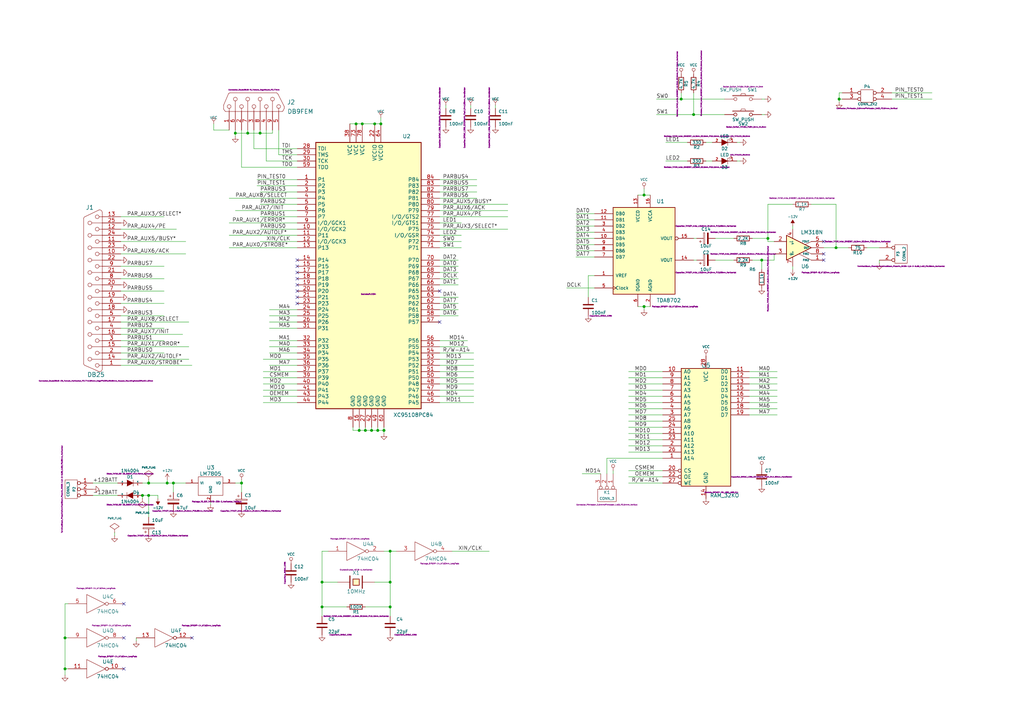
<source format=kicad_sch>
(kicad_sch (version 20230121) (generator eeschema)
  (paper "A3")
  (title_block (title "XC95108PC84 EXPERIMENTATION BOARD") (date "Sun 22 Mar 2015"))
  (junction (at 160.02 238.76) (diameter 1.016))
  (junction (at 132.08 238.76) (diameter 1.016))
  (junction (at 58.42 203.2) (diameter 1.016))
  (junction (at 160.02 226.06) (diameter 1.016))
  (junction (at 312.42 106.68) (diameter 1.016))
  (junction (at 146.05 50.8) (diameter 1.016))
  (junction (at 99.06 198.12) (diameter 1.016))
  (junction (at 156.21 50.8) (diameter 1.016))
  (junction (at 284.48 46.99) (diameter 1.016))
  (junction (at 344.17 40.64) (diameter 1.016))
  (junction (at 314.96 97.79) (diameter 1.016))
  (junction (at 264.16 80.01) (diameter 1.016))
  (junction (at 96.52 54.61) (diameter 1.016))
  (junction (at 147.32 176.53) (diameter 1.016))
  (junction (at 157.48 176.53) (diameter 1.016))
  (junction (at 160.02 248.92) (diameter 1.016))
  (junction (at 279.4 40.64) (diameter 1.016))
  (junction (at 153.67 50.8) (diameter 1.016))
  (junction (at 26.67 261.62) (diameter 1.016))
  (junction (at 68.58 198.12) (diameter 1.016))
  (junction (at 106.68 54.61) (diameter 1.016))
  (junction (at 132.08 248.92) (diameter 1.016))
  (junction (at 264.16 125.73) (diameter 1.016))
  (junction (at 26.67 274.32) (diameter 1.016))
  (junction (at 149.86 176.53) (diameter 1.016))
  (junction (at 152.4 176.53) (diameter 1.016))
  (junction (at 71.12 198.12) (diameter 1.016))
  (junction (at 154.94 176.53) (diameter 1.016))
  (junction (at 60.96 203.2) (diameter 1.016))
  (junction (at 342.9 101.6) (diameter 1.016))
  (junction (at 101.6 54.61) (diameter 1.016))
  (junction (at 60.96 198.12) (diameter 1.016))
  (junction (at 148.59 50.8) (diameter 1.016))
  (no_connect (at 121.92 119.38))
  (no_connect (at 50.8 274.32))
  (no_connect (at 337.82 106.68))
  (no_connect (at 121.92 121.92))
  (no_connect (at 180.34 132.08))
  (no_connect (at 180.34 119.38))
  (no_connect (at 121.92 114.3))
  (no_connect (at 121.92 106.68))
  (no_connect (at 337.82 99.06))
  (no_connect (at 50.8 261.62))
  (no_connect (at 121.92 111.76))
  (no_connect (at 121.92 116.84))
  (no_connect (at 78.74 261.62))
  (no_connect (at 337.82 104.14))
  (no_connect (at 121.92 109.22))
  (no_connect (at 121.92 124.46))
  (no_connect (at 50.8 247.65))
  (wire (pts (xy 105.41 73.66) (xy 121.92 73.66)))
  (wire (pts (xy 93.98 81.28) (xy 121.92 81.28)))
  (wire (pts (xy 153.67 50.8) (xy 156.21 50.8)))
  (wire (pts (xy 342.9 101.6) (xy 347.98 101.6)))
  (wire (pts (xy 121.92 83.82) (xy 106.68 83.82)))
  (wire (pts (xy 49.53 137.16) (xy 74.93 137.16)))
  (wire (pts (xy 180.34 86.36) (xy 208.28 86.36)))
  (wire (pts (xy 365.76 38.1) (xy 382.27 38.1)))
  (wire (pts (xy 243.84 95.25) (xy 236.22 95.25)))
  (wire (pts (xy 149.86 176.53) (xy 152.4 176.53)))
  (wire (pts (xy 271.78 198.12) (xy 257.81 198.12)))
  (wire (pts (xy 147.32 176.53) (xy 149.86 176.53)))
  (wire (pts (xy 307.34 152.4) (xy 318.77 152.4)))
  (wire (pts (xy 187.96 129.54) (xy 180.34 129.54)))
  (wire (pts (xy 312.42 46.99) (xy 313.69 46.99)))
  (wire (pts (xy 38.1 198.12) (xy 48.26 198.12)))
  (wire (pts (xy 121.92 147.32) (xy 107.95 147.32)))
  (wire (pts (xy 132.08 248.92) (xy 132.08 252.73)))
  (wire (pts (xy 194.31 157.48) (xy 180.34 157.48)))
  (wire (pts (xy 160.02 226.06) (xy 160.02 238.76)))
  (wire (pts (xy 271.78 172.72) (xy 257.81 172.72)))
  (wire (pts (xy 121.92 60.96) (xy 104.14 60.96)))
  (wire (pts (xy 99.06 198.12) (xy 96.52 198.12)))
  (wire (pts (xy 243.84 102.87) (xy 236.22 102.87)))
  (wire (pts (xy 264.16 127) (xy 264.16 125.73)))
  (wire (pts (xy 264.16 80.01) (xy 266.7 80.01)))
  (wire (pts (xy 96.52 54.61) (xy 96.52 55.88)))
  (wire (pts (xy 261.62 125.73) (xy 264.16 125.73)))
  (wire (pts (xy 68.58 196.85) (xy 68.58 198.12)))
  (wire (pts (xy 146.05 50.8) (xy 148.59 50.8)))
  (wire (pts (xy 187.96 127) (xy 180.34 127)))
  (wire (pts (xy 187.96 111.76) (xy 180.34 111.76)))
  (wire (pts (xy 194.31 160.02) (xy 180.34 160.02)))
  (wire (pts (xy 248.92 187.96) (xy 248.92 194.31)))
  (wire (pts (xy 271.78 182.88) (xy 257.81 182.88)))
  (wire (pts (xy 157.48 176.53) (xy 157.48 177.8)))
  (wire (pts (xy 152.4 176.53) (xy 154.94 176.53)))
  (wire (pts (xy 160.02 226.06) (xy 162.56 226.06)))
  (wire (pts (xy 292.1 58.42) (xy 289.56 58.42)))
  (wire (pts (xy 58.42 203.2) (xy 60.96 203.2)))
  (wire (pts (xy 246.38 194.31) (xy 238.76 194.31)))
  (wire (pts (xy 271.78 152.4) (xy 257.81 152.4)))
  (wire (pts (xy 194.31 162.56) (xy 180.34 162.56)))
  (wire (pts (xy 345.44 40.64) (xy 344.17 40.64)))
  (wire (pts (xy 344.17 38.1) (xy 345.44 38.1)))
  (wire (pts (xy 121.92 88.9) (xy 106.68 88.9)))
  (wire (pts (xy 193.04 43.18) (xy 193.04 44.45)))
  (wire (pts (xy 308.61 97.79) (xy 314.96 97.79)))
  (wire (pts (xy 106.68 99.06) (xy 121.92 99.06)))
  (wire (pts (xy 191.77 142.24) (xy 180.34 142.24)))
  (wire (pts (xy 317.5 99.06) (xy 314.96 99.06)))
  (wire (pts (xy 365.76 40.64) (xy 382.27 40.64)))
  (wire (pts (xy 279.4 38.1) (xy 279.4 40.64)))
  (wire (pts (xy 96.52 53.34) (xy 96.52 54.61)))
  (wire (pts (xy 121.92 93.98) (xy 106.68 93.98)))
  (wire (pts (xy 67.31 114.3) (xy 49.53 114.3)))
  (wire (pts (xy 241.3 113.03) (xy 241.3 121.92)))
  (wire (pts (xy 71.12 198.12) (xy 71.12 201.93)))
  (wire (pts (xy 271.78 193.04) (xy 257.81 193.04)))
  (wire (pts (xy 101.6 54.61) (xy 106.68 54.61)))
  (wire (pts (xy 26.67 247.65) (xy 26.67 261.62)))
  (wire (pts (xy 279.4 40.64) (xy 297.18 40.64)))
  (wire (pts (xy 49.53 99.06) (xy 76.2 99.06)))
  (wire (pts (xy 314.96 83.82) (xy 314.96 97.79)))
  (wire (pts (xy 261.62 80.01) (xy 264.16 80.01)))
  (wire (pts (xy 292.1 66.04) (xy 289.56 66.04)))
  (wire (pts (xy 110.49 149.86) (xy 121.92 149.86)))
  (wire (pts (xy 121.92 162.56) (xy 107.95 162.56)))
  (wire (pts (xy 99.06 53.34) (xy 99.06 68.58)))
  (wire (pts (xy 110.49 127) (xy 121.92 127)))
  (wire (pts (xy 160.02 248.92) (xy 149.86 248.92)))
  (wire (pts (xy 99.06 68.58) (xy 121.92 68.58)))
  (wire (pts (xy 106.68 54.61) (xy 106.68 53.34)))
  (wire (pts (xy 307.34 160.02) (xy 318.77 160.02)))
  (wire (pts (xy 194.31 149.86) (xy 180.34 149.86)))
  (wire (pts (xy 293.37 97.79) (xy 300.99 97.79)))
  (wire (pts (xy 187.96 121.92) (xy 180.34 121.92)))
  (wire (pts (xy 87.63 53.34) (xy 93.98 53.34)))
  (wire (pts (xy 187.96 124.46) (xy 180.34 124.46)))
  (wire (pts (xy 194.31 154.94) (xy 180.34 154.94)))
  (wire (pts (xy 105.41 76.2) (xy 121.92 76.2)))
  (wire (pts (xy 64.77 203.2) (xy 64.77 204.47)))
  (wire (pts (xy 96.52 54.61) (xy 101.6 54.61)))
  (wire (pts (xy 152.4 175.26) (xy 152.4 176.53)))
  (wire (pts (xy 243.84 92.71) (xy 236.22 92.71)))
  (wire (pts (xy 144.78 176.53) (xy 147.32 176.53)))
  (wire (pts (xy 180.34 83.82) (xy 208.28 83.82)))
  (wire (pts (xy 303.53 66.04) (xy 302.26 66.04)))
  (wire (pts (xy 121.92 96.52) (xy 93.98 96.52)))
  (wire (pts (xy 110.49 129.54) (xy 121.92 129.54)))
  (wire (pts (xy 96.52 86.36) (xy 121.92 86.36)))
  (wire (pts (xy 302.26 58.42) (xy 303.53 58.42)))
  (wire (pts (xy 243.84 90.17) (xy 236.22 90.17)))
  (wire (pts (xy 160.02 238.76) (xy 160.02 248.92)))
  (wire (pts (xy 67.31 119.38) (xy 49.53 119.38)))
  (wire (pts (xy 189.23 101.6) (xy 180.34 101.6)))
  (wire (pts (xy 271.78 187.96) (xy 248.92 187.96)))
  (wire (pts (xy 121.92 157.48) (xy 107.95 157.48)))
  (wire (pts (xy 243.84 118.11) (xy 232.41 118.11)))
  (wire (pts (xy 26.67 261.62) (xy 26.67 274.32)))
  (wire (pts (xy 49.53 104.14) (xy 76.2 104.14)))
  (wire (pts (xy 314.96 83.82) (xy 325.12 83.82)))
  (wire (pts (xy 195.58 76.2) (xy 180.34 76.2)))
  (wire (pts (xy 180.34 88.9) (xy 208.28 88.9)))
  (wire (pts (xy 121.92 66.04) (xy 109.22 66.04)))
  (wire (pts (xy 187.96 116.84) (xy 180.34 116.84)))
  (wire (pts (xy 307.34 165.1) (xy 318.77 165.1)))
  (wire (pts (xy 312.42 106.68) (xy 317.5 106.68)))
  (wire (pts (xy 195.58 78.74) (xy 180.34 78.74)))
  (wire (pts (xy 67.31 124.46) (xy 49.53 124.46)))
  (wire (pts (xy 271.78 175.26) (xy 257.81 175.26)))
  (wire (pts (xy 271.78 160.02) (xy 257.81 160.02)))
  (wire (pts (xy 121.92 165.1) (xy 107.95 165.1)))
  (wire (pts (xy 132.08 238.76) (xy 132.08 248.92)))
  (wire (pts (xy 195.58 73.66) (xy 180.34 73.66)))
  (wire (pts (xy 49.53 93.98) (xy 72.39 93.98)))
  (wire (pts (xy 308.61 106.68) (xy 312.42 106.68)))
  (wire (pts (xy 281.94 58.42) (xy 273.05 58.42)))
  (wire (pts (xy 99.06 196.85) (xy 99.06 198.12)))
  (wire (pts (xy 114.3 63.5) (xy 114.3 53.34)))
  (wire (pts (xy 180.34 93.98) (xy 208.28 93.98)))
  (wire (pts (xy 121.92 160.02) (xy 107.95 160.02)))
  (wire (pts (xy 313.69 40.64) (xy 312.42 40.64)))
  (wire (pts (xy 67.31 129.54) (xy 49.53 129.54)))
  (wire (pts (xy 49.53 142.24) (xy 77.47 142.24)))
  (wire (pts (xy 67.31 109.22) (xy 49.53 109.22)))
  (wire (pts (xy 147.32 175.26) (xy 147.32 176.53)))
  (wire (pts (xy 67.31 134.62) (xy 49.53 134.62)))
  (wire (pts (xy 271.78 157.48) (xy 257.81 157.48)))
  (wire (pts (xy 142.24 248.92) (xy 132.08 248.92)))
  (wire (pts (xy 185.42 226.06) (xy 200.66 226.06)))
  (wire (pts (xy 271.78 180.34) (xy 257.81 180.34)))
  (wire (pts (xy 71.12 198.12) (xy 76.2 198.12)))
  (wire (pts (xy 67.31 88.9) (xy 49.53 88.9)))
  (wire (pts (xy 60.96 198.12) (xy 68.58 198.12)))
  (wire (pts (xy 317.5 106.68) (xy 317.5 104.14)))
  (wire (pts (xy 195.58 81.28) (xy 180.34 81.28)))
  (wire (pts (xy 182.88 44.45) (xy 182.88 43.18)))
  (wire (pts (xy 48.26 203.2) (xy 38.1 203.2)))
  (wire (pts (xy 149.86 175.26) (xy 149.86 176.53)))
  (wire (pts (xy 153.67 238.76) (xy 160.02 238.76)))
  (wire (pts (xy 337.82 101.6) (xy 342.9 101.6)))
  (wire (pts (xy 187.96 114.3) (xy 180.34 114.3)))
  (wire (pts (xy 101.6 53.34) (xy 101.6 54.61)))
  (wire (pts (xy 46.99 219.71) (xy 46.99 218.44)))
  (wire (pts (xy 189.23 91.44) (xy 180.34 91.44)))
  (wire (pts (xy 187.96 109.22) (xy 180.34 109.22)))
  (wire (pts (xy 67.31 144.78) (xy 49.53 144.78)))
  (wire (pts (xy 325.12 110.49) (xy 325.12 109.22)))
  (wire (pts (xy 60.96 196.85) (xy 60.96 198.12)))
  (wire (pts (xy 58.42 204.47) (xy 58.42 203.2)))
  (wire (pts (xy 58.42 198.12) (xy 60.96 198.12)))
  (wire (pts (xy 157.48 175.26) (xy 157.48 176.53)))
  (wire (pts (xy 148.59 50.8) (xy 153.67 50.8)))
  (wire (pts (xy 203.2 43.18) (xy 203.2 44.45)))
  (wire (pts (xy 132.08 226.06) (xy 132.08 238.76)))
  (wire (pts (xy 160.02 248.92) (xy 160.02 252.73)))
  (wire (pts (xy 271.78 195.58) (xy 257.81 195.58)))
  (wire (pts (xy 55.88 262.89) (xy 55.88 261.62)))
  (wire (pts (xy 132.08 238.76) (xy 138.43 238.76)))
  (wire (pts (xy 121.92 152.4) (xy 107.95 152.4)))
  (wire (pts (xy 87.63 53.34) (xy 87.63 50.8)))
  (wire (pts (xy 285.75 97.79) (xy 284.48 97.79)))
  (wire (pts (xy 271.78 167.64) (xy 257.81 167.64)))
  (wire (pts (xy 344.17 38.1) (xy 344.17 40.64)))
  (wire (pts (xy 269.24 40.64) (xy 279.4 40.64)))
  (wire (pts (xy 49.53 147.32) (xy 77.47 147.32)))
  (wire (pts (xy 121.92 91.44) (xy 93.98 91.44)))
  (wire (pts (xy 60.96 203.2) (xy 64.77 203.2)))
  (wire (pts (xy 121.92 63.5) (xy 114.3 63.5)))
  (wire (pts (xy 332.74 83.82) (xy 342.9 83.82)))
  (wire (pts (xy 194.31 144.78) (xy 180.34 144.78)))
  (wire (pts (xy 307.34 170.18) (xy 318.77 170.18)))
  (wire (pts (xy 121.92 154.94) (xy 107.95 154.94)))
  (wire (pts (xy 307.34 154.94) (xy 318.77 154.94)))
  (wire (pts (xy 355.6 101.6) (xy 360.68 101.6)))
  (wire (pts (xy 243.84 113.03) (xy 241.3 113.03)))
  (wire (pts (xy 143.51 50.8) (xy 146.05 50.8)))
  (wire (pts (xy 60.96 203.2) (xy 60.96 212.09)))
  (wire (pts (xy 271.78 177.8) (xy 257.81 177.8)))
  (wire (pts (xy 110.49 139.7) (xy 121.92 139.7)))
  (wire (pts (xy 110.49 142.24) (xy 121.92 142.24)))
  (wire (pts (xy 307.34 162.56) (xy 318.77 162.56)))
  (wire (pts (xy 111.76 54.61) (xy 111.76 53.34)))
  (wire (pts (xy 26.67 247.65) (xy 27.94 247.65)))
  (wire (pts (xy 109.22 66.04) (xy 109.22 53.34)))
  (wire (pts (xy 271.78 170.18) (xy 257.81 170.18)))
  (wire (pts (xy 271.78 165.1) (xy 257.81 165.1)))
  (wire (pts (xy 106.68 54.61) (xy 111.76 54.61)))
  (wire (pts (xy 300.99 106.68) (xy 293.37 106.68)))
  (wire (pts (xy 194.31 165.1) (xy 180.34 165.1)))
  (wire (pts (xy 284.48 46.99) (xy 297.18 46.99)))
  (wire (pts (xy 104.14 60.96) (xy 104.14 53.34)))
  (wire (pts (xy 360.68 107.95) (xy 360.68 106.68)))
  (wire (pts (xy 243.84 100.33) (xy 236.22 100.33)))
  (wire (pts (xy 154.94 176.53) (xy 157.48 176.53)))
  (wire (pts (xy 243.84 105.41) (xy 236.22 105.41)))
  (wire (pts (xy 156.21 50.8) (xy 156.21 48.26)))
  (wire (pts (xy 99.06 198.12) (xy 99.06 201.93)))
  (wire (pts (xy 93.98 101.6) (xy 121.92 101.6)))
  (wire (pts (xy 194.31 147.32) (xy 180.34 147.32)))
  (wire (pts (xy 121.92 78.74) (xy 106.68 78.74)))
  (wire (pts (xy 344.17 40.64) (xy 344.17 41.91)))
  (wire (pts (xy 271.78 185.42) (xy 257.81 185.42)))
  (wire (pts (xy 264.16 125.73) (xy 266.7 125.73)))
  (wire (pts (xy 26.67 274.32) (xy 26.67 276.86)))
  (wire (pts (xy 49.53 132.08) (xy 77.47 132.08)))
  (wire (pts (xy 110.49 144.78) (xy 121.92 144.78)))
  (wire (pts (xy 189.23 99.06) (xy 180.34 99.06)))
  (wire (pts (xy 194.31 152.4) (xy 180.34 152.4)))
  (wire (pts (xy 312.42 106.68) (xy 312.42 110.49)))
  (wire (pts (xy 314.96 97.79) (xy 314.96 99.06)))
  (wire (pts (xy 325.12 92.71) (xy 325.12 93.98)))
  (wire (pts (xy 271.78 162.56) (xy 257.81 162.56)))
  (wire (pts (xy 187.96 106.68) (xy 180.34 106.68)))
  (wire (pts (xy 132.08 226.06) (xy 134.62 226.06)))
  (wire (pts (xy 307.34 157.48) (xy 318.77 157.48)))
  (wire (pts (xy 110.49 134.62) (xy 121.92 134.62)))
  (wire (pts (xy 27.94 261.62) (xy 26.67 261.62)))
  (wire (pts (xy 49.53 149.86) (xy 78.74 149.86)))
  (wire (pts (xy 154.94 175.26) (xy 154.94 176.53)))
  (wire (pts (xy 157.48 226.06) (xy 160.02 226.06)))
  (wire (pts (xy 86.36 207.01) (xy 86.36 205.74)))
  (wire (pts (xy 26.67 274.32) (xy 27.94 274.32)))
  (wire (pts (xy 243.84 87.63) (xy 236.22 87.63)))
  (wire (pts (xy 264.16 80.01) (xy 264.16 77.47)))
  (wire (pts (xy 271.78 154.94) (xy 257.81 154.94)))
  (wire (pts (xy 285.75 106.68) (xy 284.48 106.68)))
  (wire (pts (xy 243.84 97.79) (xy 236.22 97.79)))
  (wire (pts (xy 191.77 139.7) (xy 180.34 139.7)))
  (wire (pts (xy 110.49 132.08) (xy 121.92 132.08)))
  (wire (pts (xy 68.58 198.12) (xy 71.12 198.12)))
  (wire (pts (xy 251.46 193.04) (xy 251.46 194.31)))
  (wire (pts (xy 189.23 96.52) (xy 180.34 96.52)))
  (wire (pts (xy 342.9 83.82) (xy 342.9 101.6)))
  (wire (pts (xy 307.34 167.64) (xy 318.77 167.64)))
  (wire (pts (xy 281.94 66.04) (xy 273.05 66.04)))
  (wire (pts (xy 144.78 175.26) (xy 144.78 176.53)))
  (wire (pts (xy 269.24 46.99) (xy 284.48 46.99)))
  (wire (pts (xy 284.48 46.99) (xy 284.48 38.1)))
  (wire (pts (xy 67.31 139.7) (xy 49.53 139.7)))
  (label "PARBUS2" (at 106.68 83.82 0) (effects (font (size 1.524 1.524))))
  (label "MA4" (at 311.15 162.56 0) (effects (font (size 1.524 1.524))))
  (label "PIN_TEST1" (at 367.03 40.64 0) (effects (font (size 1.524 1.524))))
  (label "MD1" (at 110.49 152.4 0) (effects (font (size 1.524 1.524))))
  (label "MA1" (at 114.3 139.7 0) (effects (font (size 1.524 1.524))))
  (label "PARBUS1" (at 106.68 88.9 0) (effects (font (size 1.524 1.524))))
  (label "+12BATT" (at 38.1 198.12 0) (effects (font (size 1.524 1.524))))
  (label "PAR_AUX8/SELECT" (at 52.07 132.08 0) (effects (font (size 1.524 1.524))))
  (label "MD2" (at 260.35 157.48 0) (effects (font (size 1.524 1.524))))
  (label "DAT7" (at 236.22 105.41 0) (effects (font (size 1.524 1.524))))
  (label "MD14" (at 184.15 139.7 0) (effects (font (size 1.524 1.524))))
  (label "PARBUS4" (at 181.61 73.66 0) (effects (font (size 1.524 1.524))))
  (label "MD4" (at 260.35 162.56 0) (effects (font (size 1.524 1.524))))
  (label "PARBUS5" (at 52.07 119.38 0) (effects (font (size 1.524 1.524))))
  (label "TDO" (at 115.57 68.58 0) (effects (font (size 1.524 1.524))))
  (label "TCK" (at 115.57 66.04 0) (effects (font (size 1.524 1.524))))
  (label "MD14" (at 240.03 194.31 0) (effects (font (size 1.524 1.524))))
  (label "MD2" (at 110.49 157.48 0) (effects (font (size 1.524 1.524))))
  (label "PAR_AUX7/INIT" (at 52.07 137.16 0) (effects (font (size 1.524 1.524))))
  (label "MD0" (at 110.49 147.32 0) (effects (font (size 1.524 1.524))))
  (label "DAT0" (at 181.61 109.22 0) (effects (font (size 1.524 1.524))))
  (label "OEMEM" (at 110.49 162.56 0) (effects (font (size 1.524 1.524))))
  (label "MA0" (at 114.3 142.24 0) (effects (font (size 1.524 1.524))))
  (label "XIN/CLK" (at 187.96 226.06 0) (effects (font (size 1.524 1.524))))
  (label "LED1" (at 181.61 91.44 0) (effects (font (size 1.524 1.524))))
  (label "SW1" (at 269.24 46.99 0) (effects (font (size 1.524 1.524))))
  (label "CSMEM" (at 110.49 154.94 0) (effects (font (size 1.524 1.524))))
  (label "DCLK" (at 232.41 118.11 0) (effects (font (size 1.524 1.524))))
  (label "MD9" (at 182.88 160.02 0) (effects (font (size 1.524 1.524))))
  (label "SW1" (at 181.61 101.6 0) (effects (font (size 1.524 1.524))))
  (label "PAR_AUX5/BUSY*" (at 52.07 99.06 0) (effects (font (size 1.524 1.524))))
  (label "MA6" (at 114.3 144.78 0) (effects (font (size 1.524 1.524))))
  (label "PAR_AUX7/INIT" (at 99.06 86.36 0) (effects (font (size 1.524 1.524))))
  (label "PAR_AUX5/BUSY*" (at 181.61 83.82 0) (effects (font (size 1.524 1.524))))
  (label "MA2" (at 311.15 157.48 0) (effects (font (size 1.524 1.524))))
  (label "PARBUS6" (at 181.61 81.28 0) (effects (font (size 1.524 1.524))))
  (label "MA0" (at 311.15 152.4 0) (effects (font (size 1.524 1.524))))
  (label "MA4" (at 114.3 127 0) (effects (font (size 1.524 1.524))))
  (label "PARBUS0" (at 106.68 93.98 0) (effects (font (size 1.524 1.524))))
  (label "DAT5" (at 236.22 100.33 0) (effects (font (size 1.524 1.524))))
  (label "OEMEM" (at 260.35 195.58 0) (effects (font (size 1.524 1.524))))
  (label "PAR_AUX6/ACK" (at 181.61 86.36 0) (effects (font (size 1.524 1.524))))
  (label "MD5" (at 260.35 165.1 0) (effects (font (size 1.524 1.524))))
  (label "PARBUS2" (at 52.07 134.62 0) (effects (font (size 1.524 1.524))))
  (label "-12BATT" (at 38.1 203.2 0) (effects (font (size 1.524 1.524))))
  (label "MA6" (at 311.15 167.64 0) (effects (font (size 1.524 1.524))))
  (label "DAT7" (at 181.61 124.46 0) (effects (font (size 1.524 1.524))))
  (label "MA5" (at 311.15 165.1 0) (effects (font (size 1.524 1.524))))
  (label "PARBUS3" (at 106.68 78.74 0) (effects (font (size 1.524 1.524))))
  (label "DAT0" (at 236.22 87.63 0) (effects (font (size 1.524 1.524))))
  (label "MD9" (at 260.35 175.26 0) (effects (font (size 1.524 1.524))))
  (label "PIN_TEST1" (at 105.41 76.2 0) (effects (font (size 1.524 1.524))))
  (label "PARBUS3" (at 52.07 129.54 0) (effects (font (size 1.524 1.524))))
  (label "PARBUS7" (at 181.61 78.74 0) (effects (font (size 1.524 1.524))))
  (label "MD13" (at 182.88 147.32 0) (effects (font (size 1.524 1.524))))
  (label "PARBUS4" (at 52.07 124.46 0) (effects (font (size 1.524 1.524))))
  (label "PAR_AUX8/SELECT" (at 96.52 81.28 0) (effects (font (size 1.524 1.524))))
  (label "DAT3" (at 181.61 111.76 0) (effects (font (size 1.524 1.524))))
  (label "PAR_AUX3/SELECT*" (at 181.61 93.98 0) (effects (font (size 1.524 1.524))))
  (label "DAT1" (at 236.22 90.17 0) (effects (font (size 1.524 1.524))))
  (label "PAR_AUX6/ACK" (at 52.07 104.14 0) (effects (font (size 1.524 1.524))))
  (label "DAT4" (at 181.61 121.92 0) (effects (font (size 1.524 1.524))))
  (label "R/W-A14" (at 181.61 144.78 0) (effects (font (size 1.524 1.524))))
  (label "PAR_AUX3/SELECT*" (at 52.07 88.9 0) (effects (font (size 1.524 1.524))))
  (label "MD3" (at 260.35 160.02 0) (effects (font (size 1.524 1.524))))
  (label "DAT4" (at 236.22 97.79 0) (effects (font (size 1.524 1.524))))
  (label "MD0" (at 260.35 152.4 0) (effects (font (size 1.524 1.524))))
  (label "PARBUS0" (at 52.07 144.78 0) (effects (font (size 1.524 1.524))))
  (label "LED2" (at 273.05 66.04 0) (effects (font (size 1.524 1.524))))
  (label "MA3" (at 311.15 160.02 0) (effects (font (size 1.524 1.524))))
  (label "PAR_AUX4/PE" (at 181.61 88.9 0) (effects (font (size 1.524 1.524))))
  (label "MA7" (at 114.3 149.86 0) (effects (font (size 1.524 1.524))))
  (label "LED2" (at 181.61 96.52 0) (effects (font (size 1.524 1.524))))
  (label "MA7" (at 311.15 170.18 0) (effects (font (size 1.524 1.524))))
  (label "PARBUS7" (at 52.07 109.22 0) (effects (font (size 1.524 1.524))))
  (label "MD7" (at 182.88 149.86 0) (effects (font (size 1.524 1.524))))
  (label "DAT5" (at 181.61 127 0) (effects (font (size 1.524 1.524))))
  (label "PARBUS6" (at 52.07 114.3 0) (effects (font (size 1.524 1.524))))
  (label "DAT6" (at 181.61 129.54 0) (effects (font (size 1.524 1.524))))
  (label "MD7" (at 260.35 170.18 0) (effects (font (size 1.524 1.524))))
  (label "DAT3" (at 236.22 95.25 0) (effects (font (size 1.524 1.524))))
  (label "DAT1" (at 181.61 116.84 0) (effects (font (size 1.524 1.524))))
  (label "PAR_AUX2/AUTOLF*" (at 52.07 147.32 0) (effects (font (size 1.524 1.524))))
  (label "MD1" (at 260.35 154.94 0) (effects (font (size 1.524 1.524))))
  (label "MA5" (at 114.3 134.62 0) (effects (font (size 1.524 1.524))))
  (label "PARBUS5" (at 181.61 76.2 0) (effects (font (size 1.524 1.524))))
  (label "MA2" (at 114.3 132.08 0) (effects (font (size 1.524 1.524))))
  (label "MD4" (at 182.88 162.56 0) (effects (font (size 1.524 1.524))))
  (label "MD11" (at 260.35 180.34 0) (effects (font (size 1.524 1.524))))
  (label "PAR_AUX2/AUTOLF*" (at 95.25 96.52 0) (effects (font (size 1.524 1.524))))
  (label "PIN_TEST0" (at 105.41 73.66 0) (effects (font (size 1.524 1.524))))
  (label "MD6" (at 182.88 154.94 0) (effects (font (size 1.524 1.524))))
  (label "MD8" (at 182.88 152.4 0) (effects (font (size 1.524 1.524))))
  (label "MD8" (at 260.35 172.72 0) (effects (font (size 1.524 1.524))))
  (label "TDI" (at 115.57 60.96 0) (effects (font (size 1.524 1.524))))
  (label "MD6" (at 260.35 167.64 0) (effects (font (size 1.524 1.524))))
  (label "SW0" (at 181.61 99.06 0) (effects (font (size 1.524 1.524))))
  (label "DAT2" (at 236.22 92.71 0) (effects (font (size 1.524 1.524))))
  (label "MD5" (at 182.88 157.48 0) (effects (font (size 1.524 1.524))))
  (label "MD12" (at 260.35 182.88 0) (effects (font (size 1.524 1.524))))
  (label "MD12" (at 184.15 142.24 0) (effects (font (size 1.524 1.524))))
  (label "MD10" (at 260.35 177.8 0) (effects (font (size 1.524 1.524))))
  (label "MD13" (at 260.35 185.42 0) (effects (font (size 1.524 1.524))))
  (label "PAR_AUX1/ERROR*" (at 95.25 91.44 0) (effects (font (size 1.524 1.524))))
  (label "PAR_AUX1/ERROR*" (at 52.07 142.24 0) (effects (font (size 1.524 1.524))))
  (label "MA1" (at 311.15 154.94 0) (effects (font (size 1.524 1.524))))
  (label "LED1" (at 273.05 58.42 0) (effects (font (size 1.524 1.524))))
  (label "R/W-A14" (at 259.08 198.12 0) (effects (font (size 1.524 1.524))))
  (label "PARBUS1" (at 52.07 139.7 0) (effects (font (size 1.524 1.524))))
  (label "CSMEM" (at 260.35 193.04 0) (effects (font (size 1.524 1.524))))
  (label "PAR_AUX0/STROBE*" (at 52.07 149.86 0) (effects (font (size 1.524 1.524))))
  (label "XIN/CLK" (at 109.22 99.06 0) (effects (font (size 1.524 1.524))))
  (label "MD10" (at 110.49 160.02 0) (effects (font (size 1.524 1.524))))
  (label "SW0" (at 269.24 40.64 0) (effects (font (size 1.524 1.524))))
  (label "DAT6" (at 236.22 102.87 0) (effects (font (size 1.524 1.524))))
  (label "DAT2" (at 181.61 106.68 0) (effects (font (size 1.524 1.524))))
  (label "PAR_AUX0/STROBE*" (at 95.25 101.6 0) (effects (font (size 1.524 1.524))))
  (label "PIN_TEST0" (at 367.03 38.1 0) (effects (font (size 1.524 1.524))))
  (label "MA3" (at 114.3 129.54 0) (effects (font (size 1.524 1.524))))
  (label "DCLK" (at 181.61 114.3 0) (effects (font (size 1.524 1.524))))
  (label "MD3" (at 110.49 165.1 0) (effects (font (size 1.524 1.524))))
  (label "TMS" (at 115.57 63.5 0) (effects (font (size 1.524 1.524))))
  (label "MD11" (at 182.88 165.1 0) (effects (font (size 1.524 1.524))))
  (label "PAR_AUX4/PE" (at 52.07 93.98 0) (effects (font (size 1.524 1.524))))
  (symbol (lib_id "carte_test_schlib:TDA8702") (at 264.16 102.87 0) (unit 1)
    (property "Reference" "U1" (at 269.24 82.55 0) (effects (font (size 1.524 1.524)) (justify left)))
    (property "Value" "TDA8702" (at 269.24 123.19 0) (effects (font (size 1.524 1.524)) (justify left)))
    (property "Footprint" "Package_DIP:DIP-16_W7.62mm_Socket_LongPads" (at 276.86 125.73 0) (effects (font (size 0.508 0.508))))
  )
  (symbol (lib_id "carte_test_schlib:VCC") (at 264.16 77.47 0) (unit 1)
    (property "Reference" "#PWR046" (effects hide))
    (property "Value" "VCC" (at 264.16 73.66 0) (effects (font (size 1.016 1.016))))
  )
  (symbol (lib_id "carte_test_schlib:GND") (at 132.08 260.35 0) (unit 1)
    (property "Reference" "#PWR048" (effects hide))
    (property "Value" "GND" (effects hide))
  )
  (symbol (lib_id "carte_test_schlib:GND") (at 264.16 127 0) (unit 1)
    (property "Reference" "#PWR044" (effects hide))
    (property "Value" "GND" (effects hide))
  )
  (symbol (lib_id "carte_test_schlib:C") (at 241.3 125.73 0) (unit 1)
    (property "Reference" "C1" (at 242.57 123.19 0) (effects (justify left)))
    (property "Value" "100nF" (at 242.57 128.27 0) (effects (justify left)))
    (property "Footprint" "Capacitors_SMD:C_1206" (at 246.38 129.54 0) (effects (font (size 0.508 0.508))))
  )
  (symbol (lib_id "carte_test_schlib:GND") (at 241.3 129.54 0) (unit 1)
    (property "Reference" "#PWR043" (effects hide))
    (property "Value" "GND" (effects hide))
  )
  (symbol (lib_id "carte_test_schlib:CP") (at 289.56 106.68 90) (unit 1)
    (property "Reference" "C2" (at 289.56 102.87 90) (effects (justify bottom)))
    (property "Value" "10uF" (at 289.56 110.49 90))
    (property "Footprint" "Capacitor_THT:CP_Axial_L10.0mm_D4.5mm_P15.00mm_Horizontal" (at 289.56 111.76 90) (effects (font (size 0.508 0.508))))
  )
  (symbol (lib_id "carte_test_schlib:CP") (at 99.06 205.74 0) (unit 1)
    (property "Reference" "C3" (at 100.33 203.2 0) (effects (justify left)))
    (property "Value" "10uF" (at 100.33 208.28 0) (effects (justify left)))
    (property "Footprint" "Capacitor_THT:CP_Axial_L10.0mm_D4.5mm_P15.00mm_Horizontal" (at 102.87 209.55 0) (effects (font (size 0.508 0.508))))
  )
  (symbol (lib_id "carte_test_schlib:GND") (at 99.06 209.55 0) (unit 1)
    (property "Reference" "#PWR042" (effects hide))
    (property "Value" "GND" (effects hide))
  )
  (symbol (lib_id "carte_test_schlib:GND") (at 96.52 55.88 0) (unit 1)
    (property "Reference" "#PWR040" (effects hide))
    (property "Value" "GND" (effects hide))
  )
  (symbol (lib_id "carte_test_schlib:CRYSTAL") (at 146.05 238.76 0) (unit 1)
    (property "Reference" "X1" (at 146.05 234.95 0) (effects (font (size 1.524 1.524))))
    (property "Value" "10MHz" (at 146.05 242.57 0) (effects (font (size 1.524 1.524))))
    (property "Footprint" "Crystal:Crystal_HC18-U_Horizontal" (at 146.05 233.68 0) (effects (font (size 0.508 0.508))))
  )
  (symbol (lib_id "carte_test_schlib:C") (at 160.02 256.54 0) (unit 1)
    (property "Reference" "C4" (at 162.56 254 0) (effects (justify left)))
    (property "Value" "22pF" (at 162.56 259.08 0) (effects (justify left)))
    (property "Footprint" "Capacitors_SMD:C_1206" (at 166.37 260.35 0) (effects (font (size 0.508 0.508))))
  )
  (symbol (lib_id "carte_test_schlib:R") (at 146.05 248.92 270) (unit 1)
    (property "Reference" "R1" (at 146.05 250.952 90))
    (property "Value" "100K" (at 146.05 248.92 90))
    (property "Footprint" "Resistor_THT:R_Axial_DIN0207_L6.3mm_D2.5mm_P10.16mm_Horizontal" (at 146.05 252.73 90) (effects (font (size 0.508 0.508))))
  )
  (symbol (lib_id "carte_test_schlib:LM7805") (at 86.36 199.39 0) (unit 1)
    (property "Reference" "U3" (at 86.36 191.77 0) (effects (font (size 1.524 1.524))))
    (property "Value" "LM7805" (at 86.36 194.31 0) (effects (font (size 1.524 1.524))))
    (property "Footprint" "Package_TO_SOT_THT:TO-220-3_Horizontal_TabDown" (at 88.9 205.74 0) (effects (font (size 0.508 0.508))))
  )
  (symbol (lib_id "carte_test_schlib:GND") (at 86.36 207.01 0) (unit 1)
    (property "Reference" "#PWR038" (effects hide))
    (property "Value" "GND" (effects hide))
  )
  (symbol (lib_id "carte_test_schlib:VCC") (at 99.06 196.85 0) (unit 1)
    (property "Reference" "#PWR037" (effects hide))
    (property "Value" "VCC" (at 99.06 193.04 0) (effects (font (size 1.016 1.016))))
  )
  (symbol (lib_id "carte_test_schlib:CONN_3") (at 29.21 200.66 0) (mirror y) (unit 1)
    (property "Reference" "P2" (at 30.4292 200.66 90) (effects (font (size 1.016 1.016))))
    (property "Value" "CONN_3" (at 27.94 200.66 90) (effects (font (size 1.016 1.016))))
    (property "Footprint" "TerminalBlock_Phoenix:TerminalBlock_Phoenix_MKDS-1,5-3-5.08_1x03_P5.08mm_Horizontal" (at 25.4 200.66 90) (effects (font (size 0.508 0.508))))
  )
  (symbol (lib_id "carte_test_schlib:GND") (at 38.1 200.66 90) (unit 1)
    (property "Reference" "#PWR036" (effects hide))
    (property "Value" "GND" (effects hide))
  )
  (symbol (lib_id "carte_test_schlib:DIODE") (at 53.34 198.12 0) (unit 1)
    (property "Reference" "D1" (at 53.34 195.58 0))
    (property "Value" "1N4004" (at 53.34 193.04 0))
    (property "Footprint" "Diode_THT:D_DO-35_SOD27_P12.70mm_Horizontal" (at 53.34 194.31 0) (effects (font (size 0.508 0.508))))
  )
  (symbol (lib_id "carte_test_schlib:CP") (at 71.12 205.74 0) (unit 1)
    (property "Reference" "C6" (at 72.39 203.2 0) (effects (justify left)))
    (property "Value" "47uF" (at 72.39 208.28 0) (effects (justify left)))
    (property "Footprint" "Capacitor_THT:CP_Axial_L10.0mm_D4.5mm_P15.00mm_Horizontal" (at 74.93 209.55 0) (effects (font (size 0.508 0.508))))
  )
  (symbol (lib_id "carte_test_schlib:GND") (at 71.12 209.55 0) (unit 1)
    (property "Reference" "#PWR035" (effects hide))
    (property "Value" "GND" (effects hide))
  )
  (symbol (lib_id "carte_test_schlib:CONN_2") (at 369.57 104.14 0) (unit 1)
    (property "Reference" "P3" (at 368.3 104.14 90) (effects (font (size 1.016 1.016))))
    (property "Value" "CONN_2" (at 370.84 104.14 90) (effects (font (size 1.016 1.016))))
    (property "Footprint" "TerminalBlock_Phoenix:TerminalBlock_Phoenix_MKDS-1,5-2-5.08_1x02_P5.08mm_Horizontal" (at 369.57 109.22 0) (effects (font (size 0.508 0.508))))
  )
  (symbol (lib_id "carte_test_schlib:PWR_FLAG") (at 46.99 218.44 0) (unit 1)
    (property "Reference" "#FLG032" (effects hide))
    (property "Value" "PWR_FLAG" (at 46.99 212.598 0) (effects (font (size 0.762 0.762))))
  )
  (symbol (lib_id "carte_test_schlib:74HC04") (at 146.05 226.06 0) (unit 1)
    (property "Reference" "U4" (at 151.003 223.139 0) (effects (font (size 1.524 1.524))))
    (property "Value" "74HC04" (at 150.876 229.2096 0) (effects (font (size 1.524 1.524))))
    (property "Footprint" "Package_DIP:DIP-14_W7.62mm_LongPads" (at 143.51 220.98 0) (effects (font (size 0.508 0.508))))
  )
  (symbol (lib_id "carte_test_schlib:74HC04") (at 173.99 226.06 0) (unit 2)
    (property "Reference" "U4" (at 178.943 223.139 0) (effects (font (size 1.524 1.524))))
    (property "Value" "74HC04" (at 178.816 229.2096 0) (effects (font (size 1.524 1.524))))
    (property "Footprint" "Package_DIP:DIP-14_W7.62mm_LongPads" (at 180.34 231.14 0) (effects (font (size 0.508 0.508))))
  )
  (symbol (lib_id "carte_test_schlib:74HC04") (at 39.37 247.65 0) (unit 3)
    (property "Reference" "U4" (at 44.323 244.729 0) (effects (font (size 1.524 1.524))))
    (property "Value" "74HC04" (at 44.196 250.7996 0) (effects (font (size 1.524 1.524))))
    (property "Footprint" "Package_DIP:DIP-14_W7.62mm_LongPads" (at 39.37 241.3 0) (effects (font (size 0.508 0.508))))
  )
  (symbol (lib_id "carte_test_schlib:74HC04") (at 39.37 261.62 0) (unit 4)
    (property "Reference" "U4" (at 44.323 258.699 0) (effects (font (size 1.524 1.524))))
    (property "Value" "74HC04" (at 44.196 264.7696 0) (effects (font (size 1.524 1.524))))
    (property "Footprint" "Package_DIP:DIP-14_W7.62mm_LongPads" (at 45.72 256.54 0) (effects (font (size 0.508 0.508))))
  )
  (symbol (lib_id "carte_test_schlib:74HC04") (at 39.37 274.32 0) (unit 5)
    (property "Reference" "U4" (at 44.323 271.399 0) (effects (font (size 1.524 1.524))))
    (property "Value" "74HC04" (at 44.196 277.4696 0) (effects (font (size 1.524 1.524))))
    (property "Footprint" "Package_DIP:DIP-14_W7.62mm_LongPads" (at 48.26 269.24 0) (effects (font (size 0.508 0.508))))
  )
  (symbol (lib_id "carte_test_schlib:74HC04") (at 67.31 261.62 0) (unit 6)
    (property "Reference" "U4" (at 72.263 258.699 0) (effects (font (size 1.524 1.524))))
    (property "Value" "74HC04" (at 72.136 264.7696 0) (effects (font (size 1.524 1.524))))
    (property "Footprint" "Package_DIP:DIP-14_W7.62mm_LongPads" (at 82.55 256.54 0) (effects (font (size 0.508 0.508))))
  )
  (symbol (lib_id "carte_test_schlib:GND") (at 26.67 276.86 0) (unit 1)
    (property "Reference" "#PWR031" (effects hide))
    (property "Value" "GND" (effects hide))
  )
  (symbol (lib_id "carte_test_schlib:GND") (at 55.88 262.89 0) (unit 1)
    (property "Reference" "#PWR030" (effects hide))
    (property "Value" "GND" (effects hide))
  )
  (symbol (lib_id "carte_test_schlib:RAM_32KO") (at 289.56 172.72 0) (unit 1)
    (property "Reference" "U5" (at 289.56 149.86 0) (effects (font (size 1.778 1.778))))
    (property "Value" "RAM_32KO" (at 297.18 203.2 0) (effects (font (size 1.524 1.524))))
    (property "Footprint" "Sockets_DIP:DIP-28__300__600_ELL" (at 295.91 201.93 0) (effects (font (size 0.508 0.508))))
  )
  (symbol (lib_id "carte_test_schlib:CONN_3") (at 248.92 203.2 270) (unit 1)
    (property "Reference" "K1" (at 248.92 201.93 90))
    (property "Value" "CONN_3" (at 248.92 204.47 90) (effects (font (size 1.016 1.016))))
    (property "Footprint" "Connector_PinHeader_2.54mm:PinHeader_1x03_P2.54mm_Vertical" (at 248.92 207.01 90) (effects (font (size 0.508 0.508))))
  )
  (symbol (lib_id "carte_test_schlib:VCC") (at 251.46 193.04 0) (unit 1)
    (property "Reference" "#PWR029" (effects hide))
    (property "Value" "VCC" (at 251.46 189.23 0) (effects (font (size 1.016 1.016))))
  )
  (symbol (lib_id "carte_test_schlib:DB25") (at 38.1 119.38 0) (mirror y) (unit 1)
    (property "Reference" "J1" (at 36.83 85.09 0) (effects (font (size 1.778 1.778))))
    (property "Value" "DB25" (at 39.37 153.67 0) (effects (font (size 1.778 1.778))))
    (property "Footprint" "Connector_Dsub:DSUB-25_Female_Horizontal_P2.77x2.84mm_EdgePinOffset9.90mm_Housed_MountingHolesOffset11.32mm" (at 39.37 156.21 0) (effects (font (size 0.508 0.508))))
  )
  (symbol (lib_id "carte_test_schlib:GND") (at 49.53 91.44 90) (unit 1)
    (property "Reference" "#PWR028" (effects hide))
    (property "Value" "GND" (effects hide))
  )
  (symbol (lib_id "carte_test_schlib:C") (at 119.38 234.95 0) (unit 1)
    (property "Reference" "C12" (at 120.65 232.41 0) (effects (justify left)))
    (property "Value" "100nF" (at 120.65 237.49 0) (effects (justify left)))
    (property "Footprint" "Capacitors_SMD:C_1206" (at 116.84 234.95 90) (effects (font (size 0.508 0.508))))
  )
  (symbol (lib_id "carte_test_schlib:VCC") (at 119.38 231.14 0) (unit 1)
    (property "Reference" "#PWR022" (effects hide))
    (property "Value" "VCC" (at 119.38 227.33 0) (effects (font (size 1.016 1.016))))
  )
  (symbol (lib_id "carte_test_schlib:GND") (at 119.38 238.76 0) (unit 1)
    (property "Reference" "#PWR021" (effects hide))
    (property "Value" "GND" (effects hide))
  )
  (symbol (lib_id "carte_test_schlib:R") (at 285.75 66.04 270) (unit 1)
    (property "Reference" "R3" (at 285.75 68.072 90))
    (property "Value" "330" (at 285.75 66.04 90))
    (property "Footprint" "Resistor_THT:R_Axial_DIN0207_L6.3mm_D2.5mm_P10.16mm_Horizontal" (at 285.75 68.58 90) (effects (font (size 0.508 0.508))))
  )
  (symbol (lib_id "carte_test_schlib:LED") (at 297.18 66.04 180) (unit 1)
    (property "Reference" "D3" (at 297.18 68.58 0))
    (property "Value" "LED" (at 297.18 63.5 0))
    (property "Footprint" "LED_THT:LED_D5.0mm" (at 303.53 63.5 0) (effects (font (size 0.508 0.508))))
  )
  (symbol (lib_id "carte_test_schlib:GND") (at 303.53 66.04 90) (unit 1)
    (property "Reference" "#PWR019" (effects hide))
    (property "Value" "GND" (effects hide))
  )
  (symbol (lib_id "carte_test_schlib:GND") (at 49.53 116.84 90) (unit 1)
    (property "Reference" "#PWR018" (effects hide))
    (property "Value" "GND" (effects hide))
  )
  (symbol (lib_id "carte_test_schlib:SW_PUSH") (at 304.8 40.64 0) (unit 1)
    (property "Reference" "SW1" (at 308.61 36.83 0))
    (property "Value" "SW_PUSH" (at 299.72 36.83 0))
    (property "Footprint" "Button_Switch_THT:SW_PUSH_6mm_h4.3mm" (at 304.8 35.56 0) (effects (font (size 0.508 0.508))))
  )
  (symbol (lib_id "carte_test_schlib:SW_PUSH") (at 304.8 46.99 0) (unit 1)
    (property "Reference" "SW2" (at 304.8 50.8 0))
    (property "Value" "SW_PUSH" (at 304.8 49.022 0))
    (property "Footprint" "Button_Switch_THT:SW_PUSH_6mm_h4.3mm" (at 306.07 52.07 0) (effects (font (size 0.508 0.508))))
  )
  (symbol (lib_id "carte_test_schlib:GND") (at 313.69 40.64 90) (unit 1)
    (property "Reference" "#PWR017" (effects hide))
    (property "Value" "GND" (effects hide))
  )
  (symbol (lib_id "carte_test_schlib:GND") (at 313.69 46.99 90) (unit 1)
    (property "Reference" "#PWR016" (effects hide))
    (property "Value" "GND" (effects hide))
  )
  (symbol (lib_id "carte_test_schlib:R") (at 284.48 34.29 0) (unit 1)
    (property "Reference" "R4" (at 286.512 34.29 90))
    (property "Value" "4,7K" (at 284.48 34.29 90))
    (property "Footprint" "Resistor_THT:R_Axial_DIN0207_L6.3mm_D2.5mm_P10.16mm_Horizontal" (at 287.6296 34.1376 90) (effects (font (size 0.508 0.508))))
  )
  (symbol (lib_id "carte_test_schlib:R") (at 279.4 34.29 0) (unit 1)
    (property "Reference" "R5" (at 281.432 34.29 90))
    (property "Value" "4,7K" (at 279.4 34.29 90))
    (property "Footprint" "Resistor_THT:R_Axial_DIN0207_L6.3mm_D2.5mm_P10.16mm_Horizontal" (at 277.7744 34.4424 90) (effects (font (size 0.508 0.508))))
  )
  (symbol (lib_id "carte_test_schlib:VCC") (at 279.4 30.48 0) (unit 1)
    (property "Reference" "#PWR015" (effects hide))
    (property "Value" "VCC" (at 279.4 26.67 0) (effects (font (size 1.016 1.016))))
  )
  (symbol (lib_id "carte_test_schlib:VCC") (at 284.48 30.48 0) (unit 1)
    (property "Reference" "#PWR014" (effects hide))
    (property "Value" "VCC" (at 284.48 26.67 0) (effects (font (size 1.016 1.016))))
  )
  (symbol (lib_id "carte_test_schlib:GND") (at 49.53 96.52 90) (unit 1)
    (property "Reference" "#PWR013" (effects hide))
    (property "Value" "GND" (effects hide))
  )
  (symbol (lib_id "carte_test_schlib:GND") (at 49.53 101.6 90) (unit 1)
    (property "Reference" "#PWR012" (effects hide))
    (property "Value" "GND" (effects hide))
  )
  (symbol (lib_id "carte_test_schlib:GND") (at 49.53 106.68 90) (unit 1)
    (property "Reference" "#PWR011" (effects hide))
    (property "Value" "GND" (effects hide))
  )
  (symbol (lib_id "carte_test_schlib:GND") (at 49.53 111.76 90) (unit 1)
    (property "Reference" "#PWR010" (effects hide))
    (property "Value" "GND" (effects hide))
  )
  (symbol (lib_id "carte_test_schlib:GND") (at 49.53 121.92 90) (unit 1)
    (property "Reference" "#PWR09" (effects hide))
    (property "Value" "GND" (effects hide))
  )
  (symbol (lib_id "carte_test_schlib:GND") (at 49.53 127 90) (unit 1)
    (property "Reference" "#PWR08" (effects hide))
    (property "Value" "GND" (effects hide))
  )
  (symbol (lib_id "carte_test_schlib:CONN_2X2") (at 355.6 39.37 0) (unit 1)
    (property "Reference" "P4" (at 355.6 35.56 0))
    (property "Value" "CONN_2X2" (at 355.854 42.672 0) (effects (font (size 1.016 1.016))))
    (property "Footprint" "Connector_PinHeader_2.54mm:PinHeader_2x02_P2.54mm_Vertical" (at 355.6 44.45 0) (effects (font (size 0.508 0.508))))
  )
  (symbol (lib_id "carte_test_schlib:GND") (at 344.17 41.91 0) (unit 1)
    (property "Reference" "#PWR07" (effects hide))
    (property "Value" "GND" (effects hide))
  )
  (symbol (lib_id "carte_test_schlib:CP") (at 289.56 97.79 90) (unit 1)
    (property "Reference" "C14" (at 289.56 93.98 90))
    (property "Value" "10uF" (at 289.56 101.6 90) (effects (justify top)))
    (property "Footprint" "Capacitor_THT:CP_Axial_L10.0mm_D4.5mm_P15.00mm_Horizontal" (at 289.56 92.71 90) (effects (font (size 0.508 0.508))))
  )
  (symbol (lib_id "carte_test_schlib:R") (at 304.8 97.79 270) (unit 1)
    (property "Reference" "R8" (at 304.8 99.822 90))
    (property "Value" "2,2K" (at 304.8 97.79 90))
    (property "Footprint" "Resistor_THT:R_Axial_DIN0207_L6.3mm_D2.5mm_P10.16mm_Horizontal" (at 304.8 95.25 90) (effects (font (size 0.508 0.508))))
  )
  (symbol (lib_id "carte_test_schlib:R") (at 304.8 106.68 270) (unit 1)
    (property "Reference" "R9" (at 304.8 108.712 90))
    (property "Value" "2,2K" (at 304.8 106.68 90))
    (property "Footprint" "Resistor_THT:R_Axial_DIN0207_L6.3mm_D2.5mm_P10.16mm_Horizontal" (at 304.8 104.14 90) (effects (font (size 0.508 0.508))))
  )
  (symbol (lib_id "carte_test_schlib:R") (at 312.42 114.3 0) (unit 1)
    (property "Reference" "R6" (at 308.61 110.49 0))
    (property "Value" "1,1k" (at 312.42 114.3 90))
    (property "Footprint" "Resistor_THT:R_Axial_DIN0207_L6.3mm_D2.5mm_P10.16mm_Horizontal" (at 314.96 114.3 90) (effects (font (size 0.508 0.508))))
  )
  (symbol (lib_id "carte_test_schlib:R") (at 328.93 83.82 270) (unit 1)
    (property "Reference" "R7" (at 328.93 85.852 90))
    (property "Value" "1,1K" (at 328.93 83.82 90))
    (property "Footprint" "Resistor_THT:R_Axial_DIN0207_L6.3mm_D2.5mm_P10.16mm_Horizontal" (at 328.93 81.28 90) (effects (font (size 0.508 0.508))))
  )
  (symbol (lib_id "carte_test_schlib:R") (at 351.79 101.6 270) (unit 1)
    (property "Reference" "R10" (at 351.79 103.632 90))
    (property "Value" "75" (at 351.79 101.6 90))
    (property "Footprint" "Resistor_THT:R_Axial_DIN0207_L6.3mm_D2.5mm_P10.16mm_Horizontal" (at 351.79 99.06 90) (effects (font (size 0.508 0.508))))
  )
  (symbol (lib_id "carte_test_schlib:LM318N") (at 327.66 101.6 0) (mirror x) (unit 1)
    (property "Reference" "U6" (at 330.2 109.22 0) (effects (font (size 1.524 1.524))))
    (property "Value" "LM318N" (at 332.994 95.2754 0) (effects (font (size 1.524 1.524))))
    (property "Footprint" "Package_DIP:DIP-8_W7.62mm_LongPads" (at 336.55 111.76 0) (effects (font (size 0.508 0.508))))
  )
  (symbol (lib_id "carte_test_schlib:GND") (at 312.42 118.11 0) (unit 1)
    (property "Reference" "#PWR06" (effects hide))
    (property "Value" "GND" (effects hide))
  )
  (symbol (lib_id "carte_test_schlib:+12V") (at 68.58 196.85 0) (unit 1)
    (property "Reference" "#PWR05" (effects hide))
    (property "Value" "+12V" (at 68.58 193.04 0) (effects (font (size 1.016 1.016))))
  )
  (symbol (lib_id "carte_test_schlib:+12V") (at 325.12 110.49 0) (mirror x) (unit 1)
    (property "Reference" "#PWR04" (effects hide))
    (property "Value" "+12V" (at 325.12 114.3 0) (effects (font (size 1.016 1.016))))
  )
  (symbol (lib_id "carte_test_schlib:-12V") (at 325.12 92.71 0) (unit 1)
    (property "Reference" "#PWR118" (effects hide))
    (property "Value" "-12V" (at 325.12 88.9 0) (effects (font (size 1.016 1.016))))
  )
  (symbol (lib_id "carte_test_schlib:-12V") (at 64.77 204.47 0) (mirror x) (unit 1)
    (property "Reference" "#PWR139" (effects hide))
    (property "Value" "-12V" (at 64.77 208.28 0) (effects (font (size 1.016 1.016))))
  )
  (symbol (lib_id "carte_test_schlib:CP") (at 60.96 215.9 0) (mirror x) (unit 1)
    (property "Reference" "C13" (at 62.23 218.44 0) (effects (justify left)))
    (property "Value" "10uF" (at 62.23 213.36 0) (effects (justify left)))
    (property "Footprint" "Capacitor_THT:CP_Axial_L10.0mm_D4.5mm_P15.00mm_Horizontal" (at 64.77 219.71 0) (effects (font (size 0.508 0.508))))
  )
  (symbol (lib_id "carte_test_schlib:GND") (at 60.96 219.71 0) (unit 1)
    (property "Reference" "#PWR03" (effects hide))
    (property "Value" "GND" (effects hide))
  )
  (symbol (lib_id "carte_test_schlib:PWR_FLAG") (at 58.42 204.47 0) (mirror x) (unit 1)
    (property "Reference" "#FLG02" (effects hide))
    (property "Value" "PWR_FLAG" (at 58.42 210.312 0) (effects (font (size 0.762 0.762))))
  )
  (symbol (lib_id "carte_test_schlib:DIODE") (at 53.34 203.2 0) (mirror y) (unit 1)
    (property "Reference" "D4" (at 55.88 201.93 0))
    (property "Value" "1N4004" (at 53.34 205.7146 0))
    (property "Footprint" "Diode_THT:D_DO-35_SOD27_P12.70mm_Horizontal" (at 53.34 207.01 0) (effects (font (size 0.508 0.508))))
  )
  (symbol (lib_id "carte_test_schlib:PWR_FLAG") (at 60.96 196.85 0) (unit 1)
    (property "Reference" "#FLG01" (effects hide))
    (property "Value" "PWR_FLAG" (at 60.96 191.77 0) (effects (font (size 0.762 0.762))))
  )
  (symbol (lib_id "carte_test_schlib:DB9") (at 104.14 41.91 270) (mirror x) (unit 1)
    (property "Reference" "J2" (at 119.38 41.91 90) (effects (font (size 1.778 1.778))))
    (property "Value" "DB9FEM" (at 123.19 45.72 90) (effects (font (size 1.778 1.778))))
    (property "Footprint" "Connector_Dsub:DSUB-9_Female_EdgeMount_P2.77mm" (at 104.14 36.83 90) (effects (font (size 0.508 0.508))))
  )
  (symbol (lib_id "carte_test_schlib:VCC") (at 87.63 50.8 0) (unit 1)
    (property "Reference" "#PWR041" (effects hide))
    (property "Value" "VCC" (at 87.63 48.26 0) (effects (font (size 1.016 1.016))))
  )
  (symbol (lib_id "carte_test_schlib:VCC") (at 156.21 48.26 0) (unit 1)
    (property "Reference" "#PWR047" (effects hide))
    (property "Value" "VCC" (at 156.21 45.72 0) (effects (font (size 1.016 1.016))))
  )
  (symbol (lib_id "carte_test_schlib:GND") (at 160.02 260.35 0) (unit 1)
    (property "Reference" "#PWR039" (effects hide))
    (property "Value" "GND" (effects hide))
  )
  (symbol (lib_id "carte_test_schlib:GND") (at 157.48 177.8 0) (unit 1)
    (property "Reference" "#PWR045" (effects hide))
    (property "Value" "GND" (effects hide))
  )
  (symbol (lib_id "carte_test_schlib:GND") (at 360.68 107.95 0) (unit 1)
    (property "Reference" "#PWR034" (effects hide))
    (property "Value" "GND" (effects hide))
  )
  (symbol (lib_id "carte_test_schlib:C") (at 132.08 256.54 0) (unit 1)
    (property "Reference" "C5" (at 134.62 254 0) (effects (justify left)))
    (property "Value" "22pF" (at 134.62 259.08 0) (effects (justify left)))
    (property "Footprint" "Capacitors_SMD:C_1206" (at 139.7 260.35 0) (effects (font (size 0.508 0.508))))
  )
  (symbol (lib_id "carte_test_schlib:GND") (at 46.99 219.71 0) (unit 1)
    (property "Reference" "#PWR033" (effects hide))
    (property "Value" "GND" (effects hide))
  )
  (symbol (lib_id "carte_test_schlib:C") (at 203.2 48.26 0) (unit 1)
    (property "Reference" "C11" (at 204.47 45.72 0) (effects (justify left)))
    (property "Value" "100nF" (at 204.47 50.8 0) (effects (justify left)))
    (property "Footprint" "Capacitor_SMD:C_1206_3216Metric_Pad1.24x1.80mm_HandSolder" (at 200.66 48.26 90) (effects (font (size 0.508 0.508))))
  )
  (symbol (lib_id "carte_test_schlib:C") (at 312.42 195.58 0) (unit 1)
    (property "Reference" "C7" (at 313.69 193.04 0) (effects (justify left)))
    (property "Value" "100nF" (at 313.69 198.12 0) (effects (justify left)))
    (property "Footprint" "Capacitor_SMD:C_1206_3216Metric_Pad1.24x1.80mm_HandSolder" (at 312.42 195.58 0) (effects (font (size 0.508 0.508))))
  )
  (symbol (lib_id "carte_test_schlib:C") (at 193.04 48.26 0) (unit 1)
    (property "Reference" "C10" (at 194.31 45.72 0) (effects (justify left)))
    (property "Value" "100nF" (at 194.31 50.8 0) (effects (justify left)))
    (property "Footprint" "Capacitor_SMD:C_1206_3216Metric_Pad1.24x1.80mm_HandSolder" (at 190.5 48.26 90) (effects (font (size 0.508 0.508))))
  )
  (symbol (lib_id "carte_test_schlib:C") (at 182.88 48.26 0) (unit 1)
    (property "Reference" "C8" (at 184.15 45.72 0) (effects (justify left)))
    (property "Value" "100nF" (at 184.15 50.8 0) (effects (justify left)))
    (property "Footprint" "Capacitor_SMD:C_1206_3216Metric_Pad1.24x1.80mm_HandSolder" (at 180.34 48.26 90) (effects (font (size 0.508 0.508))))
  )
  (symbol (lib_id "carte_test_schlib:VCC") (at 182.88 43.18 0) (unit 1)
    (property "Reference" "#PWR027" (effects hide))
    (property "Value" "VCC" (at 182.88 40.64 0) (effects (font (size 1.016 1.016))))
  )
  (symbol (lib_id "carte_test_schlib:VCC") (at 193.04 43.18 0) (unit 1)
    (property "Reference" "#PWR026" (effects hide))
    (property "Value" "VCC" (at 193.04 40.64 0) (effects (font (size 1.016 1.016))))
  )
  (symbol (lib_id "carte_test_schlib:VCC") (at 203.2 43.18 0) (unit 1)
    (property "Reference" "#PWR025" (effects hide))
    (property "Value" "VCC" (at 203.2 40.64 0) (effects (font (size 1.016 1.016))))
  )
  (symbol (lib_id "carte_test_schlib:VCC") (at 312.42 191.77 0) (unit 1)
    (property "Reference" "#PWR024" (effects hide))
    (property "Value" "VCC" (at 312.42 187.96 0) (effects (font (size 1.016 1.016))))
  )
  (symbol (lib_id "carte_test_schlib:GND") (at 193.04 52.07 0) (unit 1)
    (property "Reference" "#PWR050" (effects hide))
    (property "Value" "GND" (effects hide))
  )
  (symbol (lib_id "carte_test_schlib:GND") (at 203.2 52.07 0) (unit 1)
    (property "Reference" "#PWR051" (effects hide))
    (property "Value" "GND" (effects hide))
  )
  (symbol (lib_id "carte_test_schlib:GND") (at 182.88 52.07 0) (unit 1)
    (property "Reference" "#PWR049" (effects hide))
    (property "Value" "GND" (effects hide))
  )
  (symbol (lib_id "carte_test_schlib:GND") (at 312.42 199.39 0) (unit 1)
    (property "Reference" "#PWR023" (effects hide))
    (property "Value" "GND" (effects hide))
  )
  (symbol (lib_id "carte_test_schlib:R") (at 285.75 58.42 270) (unit 1)
    (property "Reference" "R2" (at 285.75 60.452 90))
    (property "Value" "330" (at 285.75 58.42 90))
    (property "Footprint" "Resistor_THT:R_Axial_DIN0207_L6.3mm_D2.5mm_P10.16mm_Horizontal" (at 285.75 55.88 90) (effects (font (size 0.508 0.508))))
  )
  (symbol (lib_id "carte_test_schlib:LED") (at 297.18 58.42 180) (unit 1)
    (property "Reference" "D2" (at 297.18 60.96 0))
    (property "Value" "LED" (at 297.18 55.88 0))
    (property "Footprint" "LED_THT:LED_D5.0mm" (at 303.53 55.88 0) (effects (font (size 0.508 0.508))))
  )
  (symbol (lib_id "carte_test_schlib:GND") (at 303.53 58.42 90) (unit 1)
    (property "Reference" "#PWR020" (effects hide))
    (property "Value" "GND" (effects hide))
  )
  (symbol (lib_id "carte_test_schlib:XC95108PC84") (at 151.13 120.65 0) (unit 1)
    (property "Reference" "U2" (at 165.1 55.88 0) (effects (font (size 1.524 1.524)) (justify left)))
    (property "Value" "XC95108PC84" (at 161.29 170.18 0) (effects (font (size 1.524 1.524)) (justify left)))
    (property "Footprint" "Sockets:PLCC84" (at 151.13 120.65 0) (effects (font (size 0.508 0.508))))
  )
  (symbol (lib_id "carte_test_schlib:GND") (at 289.56 204.47 0) (unit 1)
    (property "Reference" "#PWR01" (effects hide))
    (property "Value" "GND" (effects hide))
  )
  (symbol (lib_id "carte_test_schlib:VCC") (at 289.56 146.05 0) (unit 1)
    (property "Reference" "#PWR02" (effects hide))
    (property "Value" "VCC" (at 289.56 142.24 0) (effects (font (size 1.016 1.016))))
  )
)
</source>
